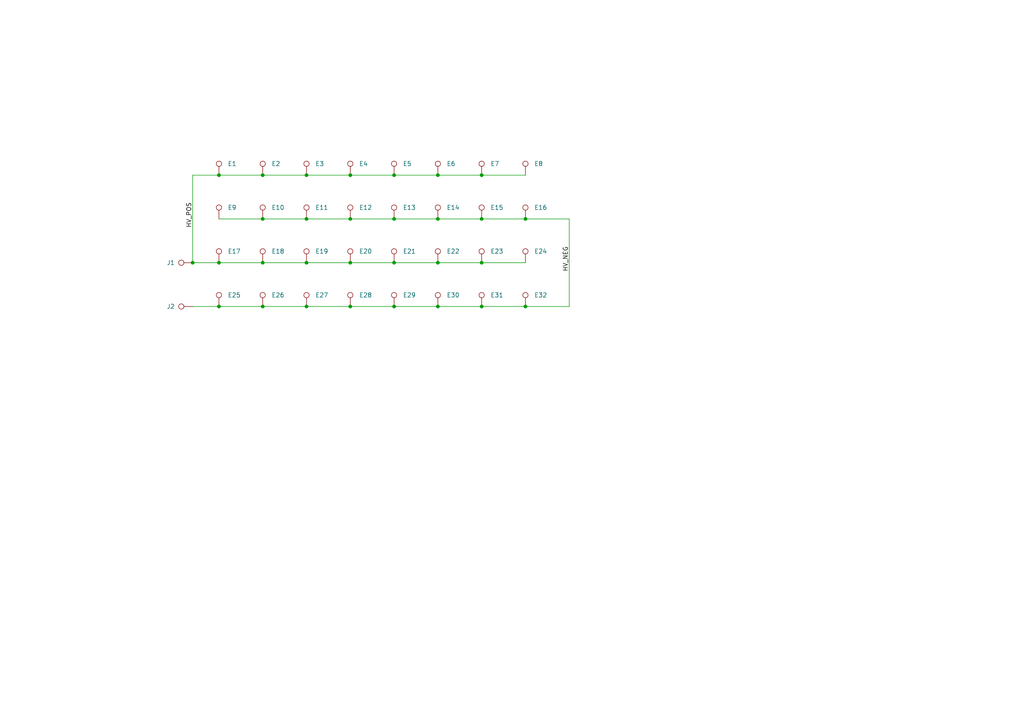
<source format=kicad_sch>
(kicad_sch (version 20211123) (generator eeschema)
  (paper "A4")
  (lib_symbols
    (symbol "Connector:TestPoint" (pin_numbers hide) (pin_names (offset 0.762) hide)
      (property "Reference" "E?" (at 2.54 3.3021 0))
      (symbol "TestPoint_0_1"
        (circle (center 0 3.302) (radius 0.762))
      )
      (symbol "TestPoint_1_1"
        (pin passive line (at 0 0 90) (length 2.54) (name "1") (number "1"))
      )
    )
    (symbol "TestPoint_1" (pin_numbers hide) (pin_names (offset 0.762) hide)
      (property "Reference" "TP" (at 0 6.858 0))
      (property "Value" "TestPoint_1" (at 0 5.08 0))
      (symbol "TestPoint_1_0_1"
        (circle (center 0 3.302) (radius 0.762))
      )
      (symbol "TestPoint_1_1_1"
        (pin passive line (at 0 0 90) (length 2.54) (name "1") (number "1"))
      )
    )
    (symbol "TestPoint_2" (pin_numbers hide) (pin_names (offset 0.762) hide)
      (property "Reference" "TP" (at 0 6.858 0))
      (property "Value" "TestPoint_2" (at 0 5.08 0))
      (symbol "TestPoint_2_0_1"
        (circle (center 0 3.302) (radius 0.762))
      )
      (symbol "TestPoint_2_1_1"
        (pin passive line (at 0 0 90) (length 2.54) (name "1") (number "1"))
      )
    )
  )
  (junction (at 101.6 88.9))
  (junction (at 88.9 76.2))
  (junction (at 114.3 88.9))
  (junction (at 139.7 50.8))
  (junction (at 127 63.5))
  (junction (at 127 76.2))
  (junction (at 101.6 76.2))
  (junction (at 63.5 88.9))
  (junction (at 101.6 50.8))
  (junction (at 63.5 76.2))
  (junction (at 152.4 63.5))
  (junction (at 152.4 88.9))
  (junction (at 88.9 63.5))
  (junction (at 76.2 88.9))
  (junction (at 114.3 63.5))
  (junction (at 76.2 63.5))
  (junction (at 139.7 63.5))
  (junction (at 139.7 88.9))
  (junction (at 114.3 76.2))
  (junction (at 55.88 76.2))
  (junction (at 127 88.9))
  (junction (at 127 50.8))
  (junction (at 88.9 50.8))
  (junction (at 76.2 50.8))
  (junction (at 101.6 63.5))
  (junction (at 76.2 76.2))
  (junction (at 114.3 50.8))
  (junction (at 139.7 76.2))
  (junction (at 63.5 50.8))
  (junction (at 88.9 88.9))
  (wire (pts (xy 76.2 50.8) (xy 88.9 50.8)))
  (wire (pts (xy 55.88 88.9) (xy 63.5 88.9)))
  (wire (pts (xy 63.5 50.8) (xy 55.88 50.8)))
  (wire (pts (xy 88.9 63.5) (xy 101.6 63.5)))
  (wire (pts (xy 88.9 88.9) (xy 101.6 88.9)))
  (wire (pts (xy 101.6 50.8) (xy 114.3 50.8)))
  (wire (pts (xy 139.7 88.9) (xy 152.4 88.9)))
  (wire (pts (xy 114.3 88.9) (xy 127 88.9)))
  (wire (pts (xy 88.9 76.2) (xy 101.6 76.2)))
  (wire (pts (xy 114.3 63.5) (xy 127 63.5)))
  (wire (pts (xy 63.5 88.9) (xy 76.2 88.9)))
  (wire (pts (xy 55.88 50.8) (xy 55.88 76.2)))
  (wire (pts (xy 139.7 50.8) (xy 152.4 50.8)))
  (wire (pts (xy 127 50.8) (xy 139.7 50.8)))
  (wire (pts (xy 101.6 76.2) (xy 114.3 76.2)))
  (wire (pts (xy 139.7 76.2) (xy 152.4 76.2)))
  (wire (pts (xy 139.7 63.5) (xy 152.4 63.5)))
  (wire (pts (xy 101.6 63.5) (xy 114.3 63.5)))
  (wire (pts (xy 152.4 63.5) (xy 165.1 63.5)))
  (wire (pts (xy 76.2 63.5) (xy 88.9 63.5)))
  (wire (pts (xy 127 76.2) (xy 139.7 76.2)))
  (wire (pts (xy 165.1 63.5) (xy 165.1 88.9)))
  (wire (pts (xy 127 88.9) (xy 139.7 88.9)))
  (wire (pts (xy 63.5 63.5) (xy 76.2 63.5)))
  (wire (pts (xy 63.5 76.2) (xy 76.2 76.2)))
  (wire (pts (xy 152.4 88.9) (xy 165.1 88.9)))
  (wire (pts (xy 114.3 50.8) (xy 127 50.8)))
  (wire (pts (xy 88.9 50.8) (xy 101.6 50.8)))
  (wire (pts (xy 55.88 76.2) (xy 63.5 76.2)))
  (wire (pts (xy 127 63.5) (xy 139.7 63.5)))
  (wire (pts (xy 76.2 88.9) (xy 88.9 88.9)))
  (wire (pts (xy 114.3 76.2) (xy 127 76.2)))
  (wire (pts (xy 63.5 50.8) (xy 76.2 50.8)))
  (wire (pts (xy 76.2 76.2) (xy 88.9 76.2)))
  (wire (pts (xy 101.6 88.9) (xy 114.3 88.9)))
  (label "HV_NEG" (at 165.1 78.74 90))
  (label "HV_POS" (at 55.88 66.04 90))
  (symbol (lib_name "TestPoint_1") (lib_id "Connector:TestPoint") (at 55.88 76.2 90) (unit 1)
    (property "Reference" "J1" (at 49.53 76.2 90))
    (property "Value" "TestPoint" (effects hide))
    (property "Footprint" "TestPoint:TestPoint_THTPad_D3.0mm_Drill1.5mm" (effects hide))
  )
  (symbol (lib_id "Connector:TestPoint") (at 127 76.2 0) (unit 1)
    (property "Reference" "E22" (at 129.54 72.8979 0) (effects (justify left)))
    (property "Value" "TestPoint" (effects hide))
    (property "Footprint" "TestPoint:TestPoint_THTPad_D2.0mm_Drill1.0mm" (effects hide))
  )
  (symbol (lib_id "Connector:TestPoint") (at 114.3 88.9 0) (unit 1)
    (property "Reference" "E29" (at 116.84 85.5979 0) (effects (justify left)))
    (property "Value" "TestPoint" (effects hide))
    (property "Footprint" "TestPoint:TestPoint_THTPad_D2.0mm_Drill1.0mm" (effects hide))
  )
  (symbol (lib_id "Connector:TestPoint") (at 101.6 88.9 0) (unit 1)
    (property "Reference" "E28" (at 104.14 85.5979 0) (effects (justify left)))
    (property "Value" "TestPoint" (effects hide))
    (property "Footprint" "TestPoint:TestPoint_THTPad_D2.0mm_Drill1.0mm" (effects hide))
  )
  (symbol (lib_id "Connector:TestPoint") (at 139.7 50.8 0) (unit 1)
    (property "Reference" "E7" (at 142.24 47.4979 0) (effects (justify left)))
    (property "Value" "TestPoint" (effects hide))
    (property "Footprint" "TestPoint:TestPoint_THTPad_D2.0mm_Drill1.0mm" (effects hide))
  )
  (symbol (lib_id "Connector:TestPoint") (at 152.4 63.5 0) (unit 1)
    (property "Reference" "E16" (at 154.94 60.1979 0) (effects (justify left)))
    (property "Value" "TestPoint" (effects hide))
    (property "Footprint" "TestPoint:TestPoint_THTPad_D2.0mm_Drill1.0mm" (effects hide))
  )
  (symbol (lib_id "Connector:TestPoint") (at 88.9 88.9 0) (unit 1)
    (property "Reference" "E27" (at 91.44 85.5979 0) (effects (justify left)))
    (property "Value" "TestPoint" (effects hide))
    (property "Footprint" "TestPoint:TestPoint_THTPad_D2.0mm_Drill1.0mm" (effects hide))
  )
  (symbol (lib_id "Connector:TestPoint") (at 152.4 88.9 0) (unit 1)
    (property "Reference" "E32" (at 154.94 85.5979 0) (effects (justify left)))
    (property "Value" "TestPoint" (effects hide))
    (property "Footprint" "TestPoint:TestPoint_THTPad_D2.0mm_Drill1.0mm" (effects hide))
  )
  (symbol (lib_id "Connector:TestPoint") (at 152.4 50.8 0) (unit 1)
    (property "Reference" "E8" (at 154.94 47.4979 0) (effects (justify left)))
    (property "Value" "TestPoint" (effects hide))
    (property "Footprint" "TestPoint:TestPoint_THTPad_D2.0mm_Drill1.0mm" (effects hide))
  )
  (symbol (lib_id "Connector:TestPoint") (at 139.7 63.5 0) (unit 1)
    (property "Reference" "E15" (at 142.24 60.1979 0) (effects (justify left)))
    (property "Value" "TestPoint" (effects hide))
    (property "Footprint" "TestPoint:TestPoint_THTPad_D2.0mm_Drill1.0mm" (effects hide))
  )
  (symbol (lib_id "Connector:TestPoint") (at 101.6 76.2 0) (unit 1)
    (property "Reference" "E20" (at 104.14 72.8979 0) (effects (justify left)))
    (property "Value" "TestPoint" (effects hide))
    (property "Footprint" "TestPoint:TestPoint_THTPad_D2.0mm_Drill1.0mm" (effects hide))
  )
  (symbol (lib_id "Connector:TestPoint") (at 139.7 88.9 0) (unit 1)
    (property "Reference" "E31" (at 142.24 85.5979 0) (effects (justify left)))
    (property "Value" "TestPoint" (effects hide))
    (property "Footprint" "TestPoint:TestPoint_THTPad_D2.0mm_Drill1.0mm" (effects hide))
  )
  (symbol (lib_id "Connector:TestPoint") (at 127 88.9 0) (unit 1)
    (property "Reference" "E30" (at 129.54 85.5979 0) (effects (justify left)))
    (property "Value" "TestPoint" (effects hide))
    (property "Footprint" "TestPoint:TestPoint_THTPad_D2.0mm_Drill1.0mm" (effects hide))
  )
  (symbol (lib_id "Connector:TestPoint") (at 76.2 63.5 0) (unit 1)
    (property "Reference" "E10" (at 78.74 60.1979 0) (effects (justify left)))
    (property "Value" "TestPoint" (effects hide))
    (property "Footprint" "TestPoint:TestPoint_THTPad_D2.0mm_Drill1.0mm" (effects hide))
  )
  (symbol (lib_id "Connector:TestPoint") (at 114.3 63.5 0) (unit 1)
    (property "Reference" "E13" (at 116.84 60.1979 0) (effects (justify left)))
    (property "Value" "TestPoint" (effects hide))
    (property "Footprint" "TestPoint:TestPoint_THTPad_D2.0mm_Drill1.0mm" (effects hide))
  )
  (symbol (lib_id "Connector:TestPoint") (at 101.6 50.8 0) (unit 1)
    (property "Reference" "E4" (at 104.14 47.4979 0) (effects (justify left)))
    (property "Value" "TestPoint" (effects hide))
    (property "Footprint" "TestPoint:TestPoint_THTPad_D2.0mm_Drill1.0mm" (effects hide))
  )
  (symbol (lib_id "Connector:TestPoint") (at 88.9 50.8 0) (unit 1)
    (property "Reference" "E3" (at 91.44 47.4979 0) (effects (justify left)))
    (property "Value" "TestPoint" (effects hide))
    (property "Footprint" "TestPoint:TestPoint_THTPad_D2.0mm_Drill1.0mm" (effects hide))
  )
  (symbol (lib_id "Connector:TestPoint") (at 127 63.5 0) (unit 1)
    (property "Reference" "E14" (at 129.54 60.1979 0) (effects (justify left)))
    (property "Value" "TestPoint" (effects hide))
    (property "Footprint" "TestPoint:TestPoint_THTPad_D2.0mm_Drill1.0mm" (effects hide))
  )
  (symbol (lib_id "Connector:TestPoint") (at 88.9 63.5 0) (unit 1)
    (property "Reference" "E11" (at 91.44 60.1979 0) (effects (justify left)))
    (property "Value" "TestPoint" (effects hide))
    (property "Footprint" "TestPoint:TestPoint_THTPad_D2.0mm_Drill1.0mm" (effects hide))
  )
  (symbol (lib_id "Connector:TestPoint") (at 88.9 76.2 0) (unit 1)
    (property "Reference" "E19" (at 91.44 72.8979 0) (effects (justify left)))
    (property "Value" "TestPoint" (effects hide))
    (property "Footprint" "TestPoint:TestPoint_THTPad_D2.0mm_Drill1.0mm" (effects hide))
  )
  (symbol (lib_id "Connector:TestPoint") (at 114.3 76.2 0) (unit 1)
    (property "Reference" "E21" (at 116.84 72.8979 0) (effects (justify left)))
    (property "Value" "TestPoint" (effects hide))
    (property "Footprint" "TestPoint:TestPoint_THTPad_D2.0mm_Drill1.0mm" (effects hide))
  )
  (symbol (lib_id "Connector:TestPoint") (at 152.4 76.2 0) (unit 1)
    (property "Reference" "E24" (at 154.94 72.8979 0) (effects (justify left)))
    (property "Value" "TestPoint" (effects hide))
    (property "Footprint" "TestPoint:TestPoint_THTPad_D2.0mm_Drill1.0mm" (effects hide))
  )
  (symbol (lib_name "TestPoint_2") (lib_id "Connector:TestPoint") (at 55.88 88.9 90) (unit 1)
    (property "Reference" "J2" (at 49.53 88.9 90))
    (property "Value" "TestPoint" (effects hide))
    (property "Footprint" "TestPoint:TestPoint_THTPad_D3.0mm_Drill1.5mm" (effects hide))
  )
  (symbol (lib_id "Connector:TestPoint") (at 76.2 50.8 0) (unit 1)
    (property "Reference" "E2" (at 78.74 47.4979 0) (effects (justify left)))
    (property "Value" "TestPoint" (effects hide))
    (property "Footprint" "TestPoint:TestPoint_THTPad_D2.0mm_Drill1.0mm" (effects hide))
  )
  (symbol (lib_id "Connector:TestPoint") (at 63.5 76.2 0) (unit 1)
    (property "Reference" "E17" (at 66.04 72.8979 0) (effects (justify left)))
    (property "Value" "TestPoint" (effects hide))
    (property "Footprint" "TestPoint:TestPoint_THTPad_D2.0mm_Drill1.0mm" (effects hide))
  )
  (symbol (lib_id "Connector:TestPoint") (at 63.5 50.8 0) (unit 1)
    (property "Reference" "E1" (at 66.04 47.4979 0) (effects (justify left)))
    (property "Value" "TestPoint" (effects hide))
    (property "Footprint" "TestPoint:TestPoint_THTPad_D2.0mm_Drill1.0mm" (effects hide))
  )
  (symbol (lib_id "Connector:TestPoint") (at 101.6 63.5 0) (unit 1)
    (property "Reference" "E12" (at 104.14 60.1979 0) (effects (justify left)))
    (property "Value" "TestPoint" (effects hide))
    (property "Footprint" "TestPoint:TestPoint_THTPad_D2.0mm_Drill1.0mm" (effects hide))
  )
  (symbol (lib_id "Connector:TestPoint") (at 139.7 76.2 0) (unit 1)
    (property "Reference" "E23" (at 142.24 72.8979 0) (effects (justify left)))
    (property "Value" "TestPoint" (effects hide))
    (property "Footprint" "TestPoint:TestPoint_THTPad_D2.0mm_Drill1.0mm" (effects hide))
  )
  (symbol (lib_id "Connector:TestPoint") (at 114.3 50.8 0) (unit 1)
    (property "Reference" "E5" (at 116.84 47.4979 0) (effects (justify left)))
    (property "Value" "TestPoint" (effects hide))
    (property "Footprint" "TestPoint:TestPoint_THTPad_D2.0mm_Drill1.0mm" (effects hide))
  )
  (symbol (lib_id "Connector:TestPoint") (at 76.2 76.2 0) (unit 1)
    (property "Reference" "E18" (at 78.74 72.8979 0) (effects (justify left)))
    (property "Value" "TestPoint" (effects hide))
    (property "Footprint" "TestPoint:TestPoint_THTPad_D2.0mm_Drill1.0mm" (effects hide))
  )
  (symbol (lib_id "Connector:TestPoint") (at 63.5 88.9 0) (unit 1)
    (property "Reference" "E25" (at 66.04 85.5979 0) (effects (justify left)))
    (property "Value" "TestPoint" (effects hide))
    (property "Footprint" "TestPoint:TestPoint_THTPad_D2.0mm_Drill1.0mm" (effects hide))
  )
  (symbol (lib_id "Connector:TestPoint") (at 76.2 88.9 0) (unit 1)
    (property "Reference" "E26" (at 78.74 85.5979 0) (effects (justify left)))
    (property "Value" "TestPoint" (effects hide))
    (property "Footprint" "TestPoint:TestPoint_THTPad_D2.0mm_Drill1.0mm" (effects hide))
  )
  (symbol (lib_id "Connector:TestPoint") (at 63.5 63.5 0) (unit 1)
    (property "Reference" "E9" (at 66.04 60.1979 0) (effects (justify left)))
    (property "Value" "TestPoint" (effects hide))
    (property "Footprint" "TestPoint:TestPoint_THTPad_D2.0mm_Drill1.0mm" (effects hide))
  )
  (symbol (lib_id "Connector:TestPoint") (at 127 50.8 0) (unit 1)
    (property "Reference" "E6" (at 129.54 47.4979 0) (effects (justify left)))
    (property "Value" "TestPoint" (effects hide))
    (property "Footprint" "TestPoint:TestPoint_THTPad_D2.0mm_Drill1.0mm" (effects hide))
  )
)
</source>
